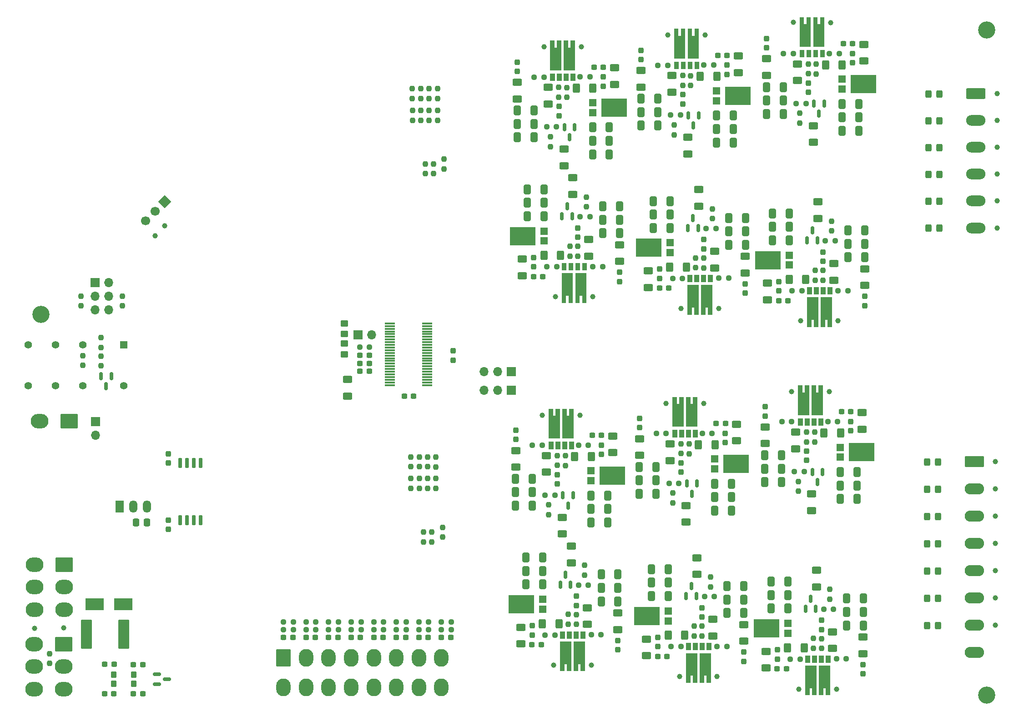
<source format=gbr>
%TF.GenerationSoftware,KiCad,Pcbnew,(6.0.1)*%
%TF.CreationDate,2022-05-08T00:04:23+10:00*%
%TF.ProjectId,211006_lmu_r0,32313130-3036-45f6-9c6d-755f72302e6b,rev?*%
%TF.SameCoordinates,Original*%
%TF.FileFunction,Soldermask,Bot*%
%TF.FilePolarity,Negative*%
%FSLAX46Y46*%
G04 Gerber Fmt 4.6, Leading zero omitted, Abs format (unit mm)*
G04 Created by KiCad (PCBNEW (6.0.1)) date 2022-05-08 00:04:23*
%MOMM*%
%LPD*%
G01*
G04 APERTURE LIST*
G04 Aperture macros list*
%AMRoundRect*
0 Rectangle with rounded corners*
0 $1 Rounding radius*
0 $2 $3 $4 $5 $6 $7 $8 $9 X,Y pos of 4 corners*
0 Add a 4 corners polygon primitive as box body*
4,1,4,$2,$3,$4,$5,$6,$7,$8,$9,$2,$3,0*
0 Add four circle primitives for the rounded corners*
1,1,$1+$1,$2,$3*
1,1,$1+$1,$4,$5*
1,1,$1+$1,$6,$7*
1,1,$1+$1,$8,$9*
0 Add four rect primitives between the rounded corners*
20,1,$1+$1,$2,$3,$4,$5,0*
20,1,$1+$1,$4,$5,$6,$7,0*
20,1,$1+$1,$6,$7,$8,$9,0*
20,1,$1+$1,$8,$9,$2,$3,0*%
%AMHorizOval*
0 Thick line with rounded ends*
0 $1 width*
0 $2 $3 position (X,Y) of the first rounded end (center of the circle)*
0 $4 $5 position (X,Y) of the second rounded end (center of the circle)*
0 Add line between two ends*
20,1,$1,$2,$3,$4,$5,0*
0 Add two circle primitives to create the rounded ends*
1,1,$1,$2,$3*
1,1,$1,$4,$5*%
%AMRotRect*
0 Rectangle, with rotation*
0 The origin of the aperture is its center*
0 $1 length*
0 $2 width*
0 $3 Rotation angle, in degrees counterclockwise*
0 Add horizontal line*
21,1,$1,$2,0,0,$3*%
G04 Aperture macros list end*
%ADD10C,0.010000*%
%ADD11RoundRect,0.250001X-1.399999X1.099999X-1.399999X-1.099999X1.399999X-1.099999X1.399999X1.099999X0*%
%ADD12O,3.300000X2.700000*%
%ADD13RoundRect,0.250000X-1.550000X0.750000X-1.550000X-0.750000X1.550000X-0.750000X1.550000X0.750000X0*%
%ADD14O,3.600000X2.000000*%
%ADD15C,3.200000*%
%ADD16R,1.700000X1.700000*%
%ADD17O,1.700000X1.700000*%
%ADD18R,1.400000X1.400000*%
%ADD19C,1.400000*%
%ADD20RoundRect,0.250001X-1.099999X-1.399999X1.099999X-1.399999X1.099999X1.399999X-1.099999X1.399999X0*%
%ADD21O,2.700000X3.300000*%
%ADD22RoundRect,0.249999X-1.550001X0.790001X-1.550001X-0.790001X1.550001X-0.790001X1.550001X0.790001X0*%
%ADD23O,3.600000X2.080000*%
%ADD24RotRect,1.700000X1.700000X315.000000*%
%ADD25HorizOval,1.700000X0.000000X0.000000X0.000000X0.000000X0*%
%ADD26R,1.500000X2.300000*%
%ADD27O,1.500000X2.300000*%
%ADD28RoundRect,0.237500X0.300000X0.237500X-0.300000X0.237500X-0.300000X-0.237500X0.300000X-0.237500X0*%
%ADD29RoundRect,0.250000X-0.625000X0.400000X-0.625000X-0.400000X0.625000X-0.400000X0.625000X0.400000X0*%
%ADD30RoundRect,0.237500X0.250000X0.237500X-0.250000X0.237500X-0.250000X-0.237500X0.250000X-0.237500X0*%
%ADD31RoundRect,0.237500X0.237500X-0.300000X0.237500X0.300000X-0.237500X0.300000X-0.237500X-0.300000X0*%
%ADD32RoundRect,0.237500X0.237500X-0.250000X0.237500X0.250000X-0.237500X0.250000X-0.237500X-0.250000X0*%
%ADD33RoundRect,0.250000X0.325000X0.450000X-0.325000X0.450000X-0.325000X-0.450000X0.325000X-0.450000X0*%
%ADD34C,1.000000*%
%ADD35R,4.860000X3.360000*%
%ADD36R,1.400000X1.390000*%
%ADD37RoundRect,0.250000X-0.412500X-0.650000X0.412500X-0.650000X0.412500X0.650000X-0.412500X0.650000X0*%
%ADD38RoundRect,0.237500X-0.300000X-0.237500X0.300000X-0.237500X0.300000X0.237500X-0.300000X0.237500X0*%
%ADD39RoundRect,0.250000X0.400000X0.625000X-0.400000X0.625000X-0.400000X-0.625000X0.400000X-0.625000X0*%
%ADD40RoundRect,0.250000X0.625000X-0.400000X0.625000X0.400000X-0.625000X0.400000X-0.625000X-0.400000X0*%
%ADD41RoundRect,0.250000X-0.400000X-0.625000X0.400000X-0.625000X0.400000X0.625000X-0.400000X0.625000X0*%
%ADD42RoundRect,0.150000X-0.150000X0.587500X-0.150000X-0.587500X0.150000X-0.587500X0.150000X0.587500X0*%
%ADD43RoundRect,0.250000X0.412500X0.650000X-0.412500X0.650000X-0.412500X-0.650000X0.412500X-0.650000X0*%
%ADD44RoundRect,0.237500X-0.237500X0.300000X-0.237500X-0.300000X0.237500X-0.300000X0.237500X0.300000X0*%
%ADD45RoundRect,0.237500X-0.250000X-0.237500X0.250000X-0.237500X0.250000X0.237500X-0.250000X0.237500X0*%
%ADD46RoundRect,0.042000X-0.258000X0.858000X-0.258000X-0.858000X0.258000X-0.858000X0.258000X0.858000X0*%
%ADD47RoundRect,0.237500X-0.237500X0.250000X-0.237500X-0.250000X0.237500X-0.250000X0.237500X0.250000X0*%
%ADD48RoundRect,0.150000X0.150000X-0.587500X0.150000X0.587500X-0.150000X0.587500X-0.150000X-0.587500X0*%
%ADD49RoundRect,0.250000X0.337500X0.475000X-0.337500X0.475000X-0.337500X-0.475000X0.337500X-0.475000X0*%
%ADD50RoundRect,0.250000X0.450000X-0.350000X0.450000X0.350000X-0.450000X0.350000X-0.450000X-0.350000X0*%
%ADD51RoundRect,0.050000X-0.450000X0.525000X-0.450000X-0.525000X0.450000X-0.525000X0.450000X0.525000X0*%
%ADD52R,3.500000X2.300000*%
%ADD53RoundRect,0.250001X-0.799999X-2.474999X0.799999X-2.474999X0.799999X2.474999X-0.799999X2.474999X0*%
%ADD54RoundRect,0.150000X-0.587500X-0.150000X0.587500X-0.150000X0.587500X0.150000X-0.587500X0.150000X0*%
%ADD55RoundRect,0.025600X0.924400X0.134400X-0.924400X0.134400X-0.924400X-0.134400X0.924400X-0.134400X0*%
G04 APERTURE END LIST*
%TO.C,T17*%
G36*
X193552500Y-80412500D02*
G01*
X192727500Y-80412500D01*
X192727500Y-79087500D01*
X192282500Y-79087500D01*
X192282500Y-80412500D01*
X191457500Y-80412500D01*
X191457500Y-74862500D01*
X193552500Y-74862500D01*
X193552500Y-80412500D01*
G37*
G36*
X196092500Y-80412500D02*
G01*
X195267500Y-80412500D01*
X195267500Y-79087500D01*
X194822500Y-79087500D01*
X194822500Y-80412500D01*
X193997500Y-80412500D01*
X193997500Y-74862500D01*
X196092500Y-74862500D01*
X196092500Y-80412500D01*
G37*
D10*
X192727500Y-74262500D02*
X193552500Y-74262500D01*
X193552500Y-74262500D02*
X193552500Y-72987500D01*
X193552500Y-72987500D02*
X192727500Y-72987500D01*
X192727500Y-72987500D02*
X192727500Y-74262500D01*
G36*
X193552500Y-74262500D02*
G01*
X192727500Y-74262500D01*
X192727500Y-72987500D01*
X193552500Y-72987500D01*
X193552500Y-74262500D01*
G37*
X193552500Y-74262500D02*
X192727500Y-74262500D01*
X192727500Y-72987500D01*
X193552500Y-72987500D01*
X193552500Y-74262500D01*
X191457500Y-74262500D02*
X192282500Y-74262500D01*
X192282500Y-74262500D02*
X192282500Y-72987500D01*
X192282500Y-72987500D02*
X191457500Y-72987500D01*
X191457500Y-72987500D02*
X191457500Y-74262500D01*
G36*
X192282500Y-74262500D02*
G01*
X191457500Y-74262500D01*
X191457500Y-72987500D01*
X192282500Y-72987500D01*
X192282500Y-74262500D01*
G37*
X192282500Y-74262500D02*
X191457500Y-74262500D01*
X191457500Y-72987500D01*
X192282500Y-72987500D01*
X192282500Y-74262500D01*
X195267500Y-74262500D02*
X196092500Y-74262500D01*
X196092500Y-74262500D02*
X196092500Y-72987500D01*
X196092500Y-72987500D02*
X195267500Y-72987500D01*
X195267500Y-72987500D02*
X195267500Y-74262500D01*
G36*
X196092500Y-74262500D02*
G01*
X195267500Y-74262500D01*
X195267500Y-72987500D01*
X196092500Y-72987500D01*
X196092500Y-74262500D01*
G37*
X196092500Y-74262500D02*
X195267500Y-74262500D01*
X195267500Y-72987500D01*
X196092500Y-72987500D01*
X196092500Y-74262500D01*
X193997500Y-74262500D02*
X194822500Y-74262500D01*
X194822500Y-74262500D02*
X194822500Y-72987500D01*
X194822500Y-72987500D02*
X193997500Y-72987500D01*
X193997500Y-72987500D02*
X193997500Y-74262500D01*
G36*
X194822500Y-74262500D02*
G01*
X193997500Y-74262500D01*
X193997500Y-72987500D01*
X194822500Y-72987500D01*
X194822500Y-74262500D01*
G37*
X194822500Y-74262500D02*
X193997500Y-74262500D01*
X193997500Y-72987500D01*
X194822500Y-72987500D01*
X194822500Y-74262500D01*
%TO.C,T22*%
X170269946Y-140702450D02*
X171094946Y-140702450D01*
X171094946Y-140702450D02*
X171094946Y-139427450D01*
X171094946Y-139427450D02*
X170269946Y-139427450D01*
X170269946Y-139427450D02*
X170269946Y-140702450D01*
G36*
X171094946Y-140702450D02*
G01*
X170269946Y-140702450D01*
X170269946Y-139427450D01*
X171094946Y-139427450D01*
X171094946Y-140702450D01*
G37*
X171094946Y-140702450D02*
X170269946Y-140702450D01*
X170269946Y-139427450D01*
X171094946Y-139427450D01*
X171094946Y-140702450D01*
G36*
X169824946Y-146852450D02*
G01*
X168999946Y-146852450D01*
X168999946Y-145527450D01*
X168554946Y-145527450D01*
X168554946Y-146852450D01*
X167729946Y-146852450D01*
X167729946Y-141302450D01*
X169824946Y-141302450D01*
X169824946Y-146852450D01*
G37*
G36*
X172364946Y-146852450D02*
G01*
X171539946Y-146852450D01*
X171539946Y-145527450D01*
X171094946Y-145527450D01*
X171094946Y-146852450D01*
X170269946Y-146852450D01*
X170269946Y-141302450D01*
X172364946Y-141302450D01*
X172364946Y-146852450D01*
G37*
X171539946Y-140702450D02*
X172364946Y-140702450D01*
X172364946Y-140702450D02*
X172364946Y-139427450D01*
X172364946Y-139427450D02*
X171539946Y-139427450D01*
X171539946Y-139427450D02*
X171539946Y-140702450D01*
G36*
X172364946Y-140702450D02*
G01*
X171539946Y-140702450D01*
X171539946Y-139427450D01*
X172364946Y-139427450D01*
X172364946Y-140702450D01*
G37*
X172364946Y-140702450D02*
X171539946Y-140702450D01*
X171539946Y-139427450D01*
X172364946Y-139427450D01*
X172364946Y-140702450D01*
X168999946Y-140702450D02*
X169824946Y-140702450D01*
X169824946Y-140702450D02*
X169824946Y-139427450D01*
X169824946Y-139427450D02*
X168999946Y-139427450D01*
X168999946Y-139427450D02*
X168999946Y-140702450D01*
G36*
X169824946Y-140702450D02*
G01*
X168999946Y-140702450D01*
X168999946Y-139427450D01*
X169824946Y-139427450D01*
X169824946Y-140702450D01*
G37*
X169824946Y-140702450D02*
X168999946Y-140702450D01*
X168999946Y-139427450D01*
X169824946Y-139427450D01*
X169824946Y-140702450D01*
X167729946Y-140702450D02*
X168554946Y-140702450D01*
X168554946Y-140702450D02*
X168554946Y-139427450D01*
X168554946Y-139427450D02*
X167729946Y-139427450D01*
X167729946Y-139427450D02*
X167729946Y-140702450D01*
G36*
X168554946Y-140702450D02*
G01*
X167729946Y-140702450D01*
X167729946Y-139427450D01*
X168554946Y-139427450D01*
X168554946Y-140702450D01*
G37*
X168554946Y-140702450D02*
X167729946Y-140702450D01*
X167729946Y-139427450D01*
X168554946Y-139427450D01*
X168554946Y-140702450D01*
%TO.C,T23*%
X192424946Y-142877450D02*
X193249946Y-142877450D01*
X193249946Y-142877450D02*
X193249946Y-141602450D01*
X193249946Y-141602450D02*
X192424946Y-141602450D01*
X192424946Y-141602450D02*
X192424946Y-142877450D01*
G36*
X193249946Y-142877450D02*
G01*
X192424946Y-142877450D01*
X192424946Y-141602450D01*
X193249946Y-141602450D01*
X193249946Y-142877450D01*
G37*
X193249946Y-142877450D02*
X192424946Y-142877450D01*
X192424946Y-141602450D01*
X193249946Y-141602450D01*
X193249946Y-142877450D01*
X193694946Y-142877450D02*
X194519946Y-142877450D01*
X194519946Y-142877450D02*
X194519946Y-141602450D01*
X194519946Y-141602450D02*
X193694946Y-141602450D01*
X193694946Y-141602450D02*
X193694946Y-142877450D01*
G36*
X194519946Y-142877450D02*
G01*
X193694946Y-142877450D01*
X193694946Y-141602450D01*
X194519946Y-141602450D01*
X194519946Y-142877450D01*
G37*
X194519946Y-142877450D02*
X193694946Y-142877450D01*
X193694946Y-141602450D01*
X194519946Y-141602450D01*
X194519946Y-142877450D01*
X191154946Y-142877450D02*
X191979946Y-142877450D01*
X191979946Y-142877450D02*
X191979946Y-141602450D01*
X191979946Y-141602450D02*
X191154946Y-141602450D01*
X191154946Y-141602450D02*
X191154946Y-142877450D01*
G36*
X191979946Y-142877450D02*
G01*
X191154946Y-142877450D01*
X191154946Y-141602450D01*
X191979946Y-141602450D01*
X191979946Y-142877450D01*
G37*
X191979946Y-142877450D02*
X191154946Y-142877450D01*
X191154946Y-141602450D01*
X191979946Y-141602450D01*
X191979946Y-142877450D01*
G36*
X195789946Y-149027450D02*
G01*
X194964946Y-149027450D01*
X194964946Y-147702450D01*
X194519946Y-147702450D01*
X194519946Y-149027450D01*
X193694946Y-149027450D01*
X193694946Y-143477450D01*
X195789946Y-143477450D01*
X195789946Y-149027450D01*
G37*
G36*
X193249946Y-149027450D02*
G01*
X192424946Y-149027450D01*
X192424946Y-147702450D01*
X191979946Y-147702450D01*
X191979946Y-149027450D01*
X191154946Y-149027450D01*
X191154946Y-143477450D01*
X193249946Y-143477450D01*
X193249946Y-149027450D01*
G37*
X194964946Y-142877450D02*
X195789946Y-142877450D01*
X195789946Y-142877450D02*
X195789946Y-141602450D01*
X195789946Y-141602450D02*
X194964946Y-141602450D01*
X194964946Y-141602450D02*
X194964946Y-142877450D01*
G36*
X195789946Y-142877450D02*
G01*
X194964946Y-142877450D01*
X194964946Y-141602450D01*
X195789946Y-141602450D01*
X195789946Y-142877450D01*
G37*
X195789946Y-142877450D02*
X194964946Y-142877450D01*
X194964946Y-141602450D01*
X195789946Y-141602450D01*
X195789946Y-142877450D01*
%TO.C,T21*%
G36*
X166404946Y-99277450D02*
G01*
X166849946Y-99277450D01*
X166849946Y-97952450D01*
X167674946Y-97952450D01*
X167674946Y-103502450D01*
X165579946Y-103502450D01*
X165579946Y-97952450D01*
X166404946Y-97952450D01*
X166404946Y-99277450D01*
G37*
X166404946Y-104102450D02*
X165579946Y-104102450D01*
X165579946Y-104102450D02*
X165579946Y-105377450D01*
X165579946Y-105377450D02*
X166404946Y-105377450D01*
X166404946Y-105377450D02*
X166404946Y-104102450D01*
G36*
X166404946Y-105377450D02*
G01*
X165579946Y-105377450D01*
X165579946Y-104102450D01*
X166404946Y-104102450D01*
X166404946Y-105377450D01*
G37*
X166404946Y-105377450D02*
X165579946Y-105377450D01*
X165579946Y-104102450D01*
X166404946Y-104102450D01*
X166404946Y-105377450D01*
X168944946Y-104102450D02*
X168119946Y-104102450D01*
X168119946Y-104102450D02*
X168119946Y-105377450D01*
X168119946Y-105377450D02*
X168944946Y-105377450D01*
X168944946Y-105377450D02*
X168944946Y-104102450D01*
G36*
X168944946Y-105377450D02*
G01*
X168119946Y-105377450D01*
X168119946Y-104102450D01*
X168944946Y-104102450D01*
X168944946Y-105377450D01*
G37*
X168944946Y-105377450D02*
X168119946Y-105377450D01*
X168119946Y-104102450D01*
X168944946Y-104102450D01*
X168944946Y-105377450D01*
X167674946Y-104102450D02*
X166849946Y-104102450D01*
X166849946Y-104102450D02*
X166849946Y-105377450D01*
X166849946Y-105377450D02*
X167674946Y-105377450D01*
X167674946Y-105377450D02*
X167674946Y-104102450D01*
G36*
X167674946Y-105377450D02*
G01*
X166849946Y-105377450D01*
X166849946Y-104102450D01*
X167674946Y-104102450D01*
X167674946Y-105377450D01*
G37*
X167674946Y-105377450D02*
X166849946Y-105377450D01*
X166849946Y-104102450D01*
X167674946Y-104102450D01*
X167674946Y-105377450D01*
X170214946Y-104102450D02*
X169389946Y-104102450D01*
X169389946Y-104102450D02*
X169389946Y-105377450D01*
X169389946Y-105377450D02*
X170214946Y-105377450D01*
X170214946Y-105377450D02*
X170214946Y-104102450D01*
G36*
X170214946Y-105377450D02*
G01*
X169389946Y-105377450D01*
X169389946Y-104102450D01*
X170214946Y-104102450D01*
X170214946Y-105377450D01*
G37*
X170214946Y-105377450D02*
X169389946Y-105377450D01*
X169389946Y-104102450D01*
X170214946Y-104102450D01*
X170214946Y-105377450D01*
G36*
X168944946Y-99277450D02*
G01*
X169389946Y-99277450D01*
X169389946Y-97952450D01*
X170214946Y-97952450D01*
X170214946Y-103502450D01*
X168119946Y-103502450D01*
X168119946Y-97952450D01*
X168944946Y-97952450D01*
X168944946Y-99277450D01*
G37*
%TO.C,T19*%
X212817446Y-99726950D02*
X211992446Y-99726950D01*
X211992446Y-99726950D02*
X211992446Y-101001950D01*
X211992446Y-101001950D02*
X212817446Y-101001950D01*
X212817446Y-101001950D02*
X212817446Y-99726950D01*
G36*
X212817446Y-101001950D02*
G01*
X211992446Y-101001950D01*
X211992446Y-99726950D01*
X212817446Y-99726950D01*
X212817446Y-101001950D01*
G37*
X212817446Y-101001950D02*
X211992446Y-101001950D01*
X211992446Y-99726950D01*
X212817446Y-99726950D01*
X212817446Y-101001950D01*
X215357446Y-99726950D02*
X214532446Y-99726950D01*
X214532446Y-99726950D02*
X214532446Y-101001950D01*
X214532446Y-101001950D02*
X215357446Y-101001950D01*
X215357446Y-101001950D02*
X215357446Y-99726950D01*
G36*
X215357446Y-101001950D02*
G01*
X214532446Y-101001950D01*
X214532446Y-99726950D01*
X215357446Y-99726950D01*
X215357446Y-101001950D01*
G37*
X215357446Y-101001950D02*
X214532446Y-101001950D01*
X214532446Y-99726950D01*
X215357446Y-99726950D01*
X215357446Y-101001950D01*
X216627446Y-99726950D02*
X215802446Y-99726950D01*
X215802446Y-99726950D02*
X215802446Y-101001950D01*
X215802446Y-101001950D02*
X216627446Y-101001950D01*
X216627446Y-101001950D02*
X216627446Y-99726950D01*
G36*
X216627446Y-101001950D02*
G01*
X215802446Y-101001950D01*
X215802446Y-99726950D01*
X216627446Y-99726950D01*
X216627446Y-101001950D01*
G37*
X216627446Y-101001950D02*
X215802446Y-101001950D01*
X215802446Y-99726950D01*
X216627446Y-99726950D01*
X216627446Y-101001950D01*
G36*
X212817446Y-94901950D02*
G01*
X213262446Y-94901950D01*
X213262446Y-93576950D01*
X214087446Y-93576950D01*
X214087446Y-99126950D01*
X211992446Y-99126950D01*
X211992446Y-93576950D01*
X212817446Y-93576950D01*
X212817446Y-94901950D01*
G37*
X214087446Y-99726950D02*
X213262446Y-99726950D01*
X213262446Y-99726950D02*
X213262446Y-101001950D01*
X213262446Y-101001950D02*
X214087446Y-101001950D01*
X214087446Y-101001950D02*
X214087446Y-99726950D01*
G36*
X214087446Y-101001950D02*
G01*
X213262446Y-101001950D01*
X213262446Y-99726950D01*
X214087446Y-99726950D01*
X214087446Y-101001950D01*
G37*
X214087446Y-101001950D02*
X213262446Y-101001950D01*
X213262446Y-99726950D01*
X214087446Y-99726950D01*
X214087446Y-101001950D01*
G36*
X215357446Y-94901950D02*
G01*
X215802446Y-94901950D01*
X215802446Y-93576950D01*
X216627446Y-93576950D01*
X216627446Y-99126950D01*
X214532446Y-99126950D01*
X214532446Y-93576950D01*
X215357446Y-93576950D01*
X215357446Y-94901950D01*
G37*
%TO.C,T24*%
X214637446Y-145189950D02*
X215462446Y-145189950D01*
X215462446Y-145189950D02*
X215462446Y-143914950D01*
X215462446Y-143914950D02*
X214637446Y-143914950D01*
X214637446Y-143914950D02*
X214637446Y-145189950D01*
G36*
X215462446Y-145189950D02*
G01*
X214637446Y-145189950D01*
X214637446Y-143914950D01*
X215462446Y-143914950D01*
X215462446Y-145189950D01*
G37*
X215462446Y-145189950D02*
X214637446Y-145189950D01*
X214637446Y-143914950D01*
X215462446Y-143914950D01*
X215462446Y-145189950D01*
X215907446Y-145189950D02*
X216732446Y-145189950D01*
X216732446Y-145189950D02*
X216732446Y-143914950D01*
X216732446Y-143914950D02*
X215907446Y-143914950D01*
X215907446Y-143914950D02*
X215907446Y-145189950D01*
G36*
X216732446Y-145189950D02*
G01*
X215907446Y-145189950D01*
X215907446Y-143914950D01*
X216732446Y-143914950D01*
X216732446Y-145189950D01*
G37*
X216732446Y-145189950D02*
X215907446Y-145189950D01*
X215907446Y-143914950D01*
X216732446Y-143914950D01*
X216732446Y-145189950D01*
G36*
X215462446Y-151339950D02*
G01*
X214637446Y-151339950D01*
X214637446Y-150014950D01*
X214192446Y-150014950D01*
X214192446Y-151339950D01*
X213367446Y-151339950D01*
X213367446Y-145789950D01*
X215462446Y-145789950D01*
X215462446Y-151339950D01*
G37*
G36*
X218002446Y-151339950D02*
G01*
X217177446Y-151339950D01*
X217177446Y-150014950D01*
X216732446Y-150014950D01*
X216732446Y-151339950D01*
X215907446Y-151339950D01*
X215907446Y-145789950D01*
X218002446Y-145789950D01*
X218002446Y-151339950D01*
G37*
X213367446Y-145189950D02*
X214192446Y-145189950D01*
X214192446Y-145189950D02*
X214192446Y-143914950D01*
X214192446Y-143914950D02*
X213367446Y-143914950D01*
X213367446Y-143914950D02*
X213367446Y-145189950D01*
G36*
X214192446Y-145189950D02*
G01*
X213367446Y-145189950D01*
X213367446Y-143914950D01*
X214192446Y-143914950D01*
X214192446Y-145189950D01*
G37*
X214192446Y-145189950D02*
X213367446Y-145189950D01*
X213367446Y-143914950D01*
X214192446Y-143914950D01*
X214192446Y-145189950D01*
X217177446Y-145189950D02*
X218002446Y-145189950D01*
X218002446Y-145189950D02*
X218002446Y-143914950D01*
X218002446Y-143914950D02*
X217177446Y-143914950D01*
X217177446Y-143914950D02*
X217177446Y-145189950D01*
G36*
X218002446Y-145189950D02*
G01*
X217177446Y-145189950D01*
X217177446Y-143914950D01*
X218002446Y-143914950D01*
X218002446Y-145189950D01*
G37*
X218002446Y-145189950D02*
X217177446Y-145189950D01*
X217177446Y-143914950D01*
X218002446Y-143914950D01*
X218002446Y-145189950D01*
%TO.C,T15*%
X169247500Y-35487500D02*
X168422500Y-35487500D01*
X168422500Y-35487500D02*
X168422500Y-36762500D01*
X168422500Y-36762500D02*
X169247500Y-36762500D01*
X169247500Y-36762500D02*
X169247500Y-35487500D01*
G36*
X169247500Y-36762500D02*
G01*
X168422500Y-36762500D01*
X168422500Y-35487500D01*
X169247500Y-35487500D01*
X169247500Y-36762500D01*
G37*
X169247500Y-36762500D02*
X168422500Y-36762500D01*
X168422500Y-35487500D01*
X169247500Y-35487500D01*
X169247500Y-36762500D01*
X167977500Y-35487500D02*
X167152500Y-35487500D01*
X167152500Y-35487500D02*
X167152500Y-36762500D01*
X167152500Y-36762500D02*
X167977500Y-36762500D01*
X167977500Y-36762500D02*
X167977500Y-35487500D01*
G36*
X167977500Y-36762500D02*
G01*
X167152500Y-36762500D01*
X167152500Y-35487500D01*
X167977500Y-35487500D01*
X167977500Y-36762500D01*
G37*
X167977500Y-36762500D02*
X167152500Y-36762500D01*
X167152500Y-35487500D01*
X167977500Y-35487500D01*
X167977500Y-36762500D01*
X166707500Y-35487500D02*
X165882500Y-35487500D01*
X165882500Y-35487500D02*
X165882500Y-36762500D01*
X165882500Y-36762500D02*
X166707500Y-36762500D01*
X166707500Y-36762500D02*
X166707500Y-35487500D01*
G36*
X166707500Y-36762500D02*
G01*
X165882500Y-36762500D01*
X165882500Y-35487500D01*
X166707500Y-35487500D01*
X166707500Y-36762500D01*
G37*
X166707500Y-36762500D02*
X165882500Y-36762500D01*
X165882500Y-35487500D01*
X166707500Y-35487500D01*
X166707500Y-36762500D01*
X170517500Y-35487500D02*
X169692500Y-35487500D01*
X169692500Y-35487500D02*
X169692500Y-36762500D01*
X169692500Y-36762500D02*
X170517500Y-36762500D01*
X170517500Y-36762500D02*
X170517500Y-35487500D01*
G36*
X170517500Y-36762500D02*
G01*
X169692500Y-36762500D01*
X169692500Y-35487500D01*
X170517500Y-35487500D01*
X170517500Y-36762500D01*
G37*
X170517500Y-36762500D02*
X169692500Y-36762500D01*
X169692500Y-35487500D01*
X170517500Y-35487500D01*
X170517500Y-36762500D01*
G36*
X166707500Y-30662500D02*
G01*
X167152500Y-30662500D01*
X167152500Y-29337500D01*
X167977500Y-29337500D01*
X167977500Y-34887500D01*
X165882500Y-34887500D01*
X165882500Y-29337500D01*
X166707500Y-29337500D01*
X166707500Y-30662500D01*
G37*
G36*
X169247500Y-30662500D02*
G01*
X169692500Y-30662500D01*
X169692500Y-29337500D01*
X170517500Y-29337500D01*
X170517500Y-34887500D01*
X168422500Y-34887500D01*
X168422500Y-29337500D01*
X169247500Y-29337500D01*
X169247500Y-30662500D01*
G37*
%TO.C,T13*%
G36*
X213120000Y-26287000D02*
G01*
X213565000Y-26287000D01*
X213565000Y-24962000D01*
X214390000Y-24962000D01*
X214390000Y-30512000D01*
X212295000Y-30512000D01*
X212295000Y-24962000D01*
X213120000Y-24962000D01*
X213120000Y-26287000D01*
G37*
X216930000Y-31112000D02*
X216105000Y-31112000D01*
X216105000Y-31112000D02*
X216105000Y-32387000D01*
X216105000Y-32387000D02*
X216930000Y-32387000D01*
X216930000Y-32387000D02*
X216930000Y-31112000D01*
G36*
X216930000Y-32387000D02*
G01*
X216105000Y-32387000D01*
X216105000Y-31112000D01*
X216930000Y-31112000D01*
X216930000Y-32387000D01*
G37*
X216930000Y-32387000D02*
X216105000Y-32387000D01*
X216105000Y-31112000D01*
X216930000Y-31112000D01*
X216930000Y-32387000D01*
X215660000Y-31112000D02*
X214835000Y-31112000D01*
X214835000Y-31112000D02*
X214835000Y-32387000D01*
X214835000Y-32387000D02*
X215660000Y-32387000D01*
X215660000Y-32387000D02*
X215660000Y-31112000D01*
G36*
X215660000Y-32387000D02*
G01*
X214835000Y-32387000D01*
X214835000Y-31112000D01*
X215660000Y-31112000D01*
X215660000Y-32387000D01*
G37*
X215660000Y-32387000D02*
X214835000Y-32387000D01*
X214835000Y-31112000D01*
X215660000Y-31112000D01*
X215660000Y-32387000D01*
X214390000Y-31112000D02*
X213565000Y-31112000D01*
X213565000Y-31112000D02*
X213565000Y-32387000D01*
X213565000Y-32387000D02*
X214390000Y-32387000D01*
X214390000Y-32387000D02*
X214390000Y-31112000D01*
G36*
X214390000Y-32387000D02*
G01*
X213565000Y-32387000D01*
X213565000Y-31112000D01*
X214390000Y-31112000D01*
X214390000Y-32387000D01*
G37*
X214390000Y-32387000D02*
X213565000Y-32387000D01*
X213565000Y-31112000D01*
X214390000Y-31112000D01*
X214390000Y-32387000D01*
X213120000Y-31112000D02*
X212295000Y-31112000D01*
X212295000Y-31112000D02*
X212295000Y-32387000D01*
X212295000Y-32387000D02*
X213120000Y-32387000D01*
X213120000Y-32387000D02*
X213120000Y-31112000D01*
G36*
X213120000Y-32387000D02*
G01*
X212295000Y-32387000D01*
X212295000Y-31112000D01*
X213120000Y-31112000D01*
X213120000Y-32387000D01*
G37*
X213120000Y-32387000D02*
X212295000Y-32387000D01*
X212295000Y-31112000D01*
X213120000Y-31112000D01*
X213120000Y-32387000D01*
G36*
X215660000Y-26287000D02*
G01*
X216105000Y-26287000D01*
X216105000Y-24962000D01*
X216930000Y-24962000D01*
X216930000Y-30512000D01*
X214835000Y-30512000D01*
X214835000Y-24962000D01*
X215660000Y-24962000D01*
X215660000Y-26287000D01*
G37*
%TO.C,T18*%
X216210000Y-76575000D02*
X217035000Y-76575000D01*
X217035000Y-76575000D02*
X217035000Y-75300000D01*
X217035000Y-75300000D02*
X216210000Y-75300000D01*
X216210000Y-75300000D02*
X216210000Y-76575000D01*
G36*
X217035000Y-76575000D02*
G01*
X216210000Y-76575000D01*
X216210000Y-75300000D01*
X217035000Y-75300000D01*
X217035000Y-76575000D01*
G37*
X217035000Y-76575000D02*
X216210000Y-76575000D01*
X216210000Y-75300000D01*
X217035000Y-75300000D01*
X217035000Y-76575000D01*
X213670000Y-76575000D02*
X214495000Y-76575000D01*
X214495000Y-76575000D02*
X214495000Y-75300000D01*
X214495000Y-75300000D02*
X213670000Y-75300000D01*
X213670000Y-75300000D02*
X213670000Y-76575000D01*
G36*
X214495000Y-76575000D02*
G01*
X213670000Y-76575000D01*
X213670000Y-75300000D01*
X214495000Y-75300000D01*
X214495000Y-76575000D01*
G37*
X214495000Y-76575000D02*
X213670000Y-76575000D01*
X213670000Y-75300000D01*
X214495000Y-75300000D01*
X214495000Y-76575000D01*
G36*
X218305000Y-82725000D02*
G01*
X217480000Y-82725000D01*
X217480000Y-81400000D01*
X217035000Y-81400000D01*
X217035000Y-82725000D01*
X216210000Y-82725000D01*
X216210000Y-77175000D01*
X218305000Y-77175000D01*
X218305000Y-82725000D01*
G37*
X217480000Y-76575000D02*
X218305000Y-76575000D01*
X218305000Y-76575000D02*
X218305000Y-75300000D01*
X218305000Y-75300000D02*
X217480000Y-75300000D01*
X217480000Y-75300000D02*
X217480000Y-76575000D01*
G36*
X218305000Y-76575000D02*
G01*
X217480000Y-76575000D01*
X217480000Y-75300000D01*
X218305000Y-75300000D01*
X218305000Y-76575000D01*
G37*
X218305000Y-76575000D02*
X217480000Y-76575000D01*
X217480000Y-75300000D01*
X218305000Y-75300000D01*
X218305000Y-76575000D01*
G36*
X215765000Y-82725000D02*
G01*
X214940000Y-82725000D01*
X214940000Y-81400000D01*
X214495000Y-81400000D01*
X214495000Y-82725000D01*
X213670000Y-82725000D01*
X213670000Y-77175000D01*
X215765000Y-77175000D01*
X215765000Y-82725000D01*
G37*
X214940000Y-76575000D02*
X215765000Y-76575000D01*
X215765000Y-76575000D02*
X215765000Y-75300000D01*
X215765000Y-75300000D02*
X214940000Y-75300000D01*
X214940000Y-75300000D02*
X214940000Y-76575000D01*
G36*
X215765000Y-76575000D02*
G01*
X214940000Y-76575000D01*
X214940000Y-75300000D01*
X215765000Y-75300000D01*
X215765000Y-76575000D01*
G37*
X215765000Y-76575000D02*
X214940000Y-76575000D01*
X214940000Y-75300000D01*
X215765000Y-75300000D01*
X215765000Y-76575000D01*
%TO.C,T16*%
X168032500Y-72087500D02*
X168857500Y-72087500D01*
X168857500Y-72087500D02*
X168857500Y-70812500D01*
X168857500Y-70812500D02*
X168032500Y-70812500D01*
X168032500Y-70812500D02*
X168032500Y-72087500D01*
G36*
X168857500Y-72087500D02*
G01*
X168032500Y-72087500D01*
X168032500Y-70812500D01*
X168857500Y-70812500D01*
X168857500Y-72087500D01*
G37*
X168857500Y-72087500D02*
X168032500Y-72087500D01*
X168032500Y-70812500D01*
X168857500Y-70812500D01*
X168857500Y-72087500D01*
X169302500Y-72087500D02*
X170127500Y-72087500D01*
X170127500Y-72087500D02*
X170127500Y-70812500D01*
X170127500Y-70812500D02*
X169302500Y-70812500D01*
X169302500Y-70812500D02*
X169302500Y-72087500D01*
G36*
X170127500Y-72087500D02*
G01*
X169302500Y-72087500D01*
X169302500Y-70812500D01*
X170127500Y-70812500D01*
X170127500Y-72087500D01*
G37*
X170127500Y-72087500D02*
X169302500Y-72087500D01*
X169302500Y-70812500D01*
X170127500Y-70812500D01*
X170127500Y-72087500D01*
X170572500Y-72087500D02*
X171397500Y-72087500D01*
X171397500Y-72087500D02*
X171397500Y-70812500D01*
X171397500Y-70812500D02*
X170572500Y-70812500D01*
X170572500Y-70812500D02*
X170572500Y-72087500D01*
G36*
X171397500Y-72087500D02*
G01*
X170572500Y-72087500D01*
X170572500Y-70812500D01*
X171397500Y-70812500D01*
X171397500Y-72087500D01*
G37*
X171397500Y-72087500D02*
X170572500Y-72087500D01*
X170572500Y-70812500D01*
X171397500Y-70812500D01*
X171397500Y-72087500D01*
G36*
X170127500Y-78237500D02*
G01*
X169302500Y-78237500D01*
X169302500Y-76912500D01*
X168857500Y-76912500D01*
X168857500Y-78237500D01*
X168032500Y-78237500D01*
X168032500Y-72687500D01*
X170127500Y-72687500D01*
X170127500Y-78237500D01*
G37*
G36*
X172667500Y-78237500D02*
G01*
X171842500Y-78237500D01*
X171842500Y-76912500D01*
X171397500Y-76912500D01*
X171397500Y-78237500D01*
X170572500Y-78237500D01*
X170572500Y-72687500D01*
X172667500Y-72687500D01*
X172667500Y-78237500D01*
G37*
X171842500Y-72087500D02*
X172667500Y-72087500D01*
X172667500Y-72087500D02*
X172667500Y-70812500D01*
X172667500Y-70812500D02*
X171842500Y-70812500D01*
X171842500Y-70812500D02*
X171842500Y-72087500D01*
G36*
X172667500Y-72087500D02*
G01*
X171842500Y-72087500D01*
X171842500Y-70812500D01*
X172667500Y-70812500D01*
X172667500Y-72087500D01*
G37*
X172667500Y-72087500D02*
X171842500Y-72087500D01*
X171842500Y-70812500D01*
X172667500Y-70812500D01*
X172667500Y-72087500D01*
%TO.C,T14*%
X193567500Y-33287500D02*
X192742500Y-33287500D01*
X192742500Y-33287500D02*
X192742500Y-34562500D01*
X192742500Y-34562500D02*
X193567500Y-34562500D01*
X193567500Y-34562500D02*
X193567500Y-33287500D01*
G36*
X193567500Y-34562500D02*
G01*
X192742500Y-34562500D01*
X192742500Y-33287500D01*
X193567500Y-33287500D01*
X193567500Y-34562500D01*
G37*
X193567500Y-34562500D02*
X192742500Y-34562500D01*
X192742500Y-33287500D01*
X193567500Y-33287500D01*
X193567500Y-34562500D01*
G36*
X192297500Y-28462500D02*
G01*
X192742500Y-28462500D01*
X192742500Y-27137500D01*
X193567500Y-27137500D01*
X193567500Y-32687500D01*
X191472500Y-32687500D01*
X191472500Y-27137500D01*
X192297500Y-27137500D01*
X192297500Y-28462500D01*
G37*
X191027500Y-33287500D02*
X190202500Y-33287500D01*
X190202500Y-33287500D02*
X190202500Y-34562500D01*
X190202500Y-34562500D02*
X191027500Y-34562500D01*
X191027500Y-34562500D02*
X191027500Y-33287500D01*
G36*
X191027500Y-34562500D02*
G01*
X190202500Y-34562500D01*
X190202500Y-33287500D01*
X191027500Y-33287500D01*
X191027500Y-34562500D01*
G37*
X191027500Y-34562500D02*
X190202500Y-34562500D01*
X190202500Y-33287500D01*
X191027500Y-33287500D01*
X191027500Y-34562500D01*
X189757500Y-33287500D02*
X188932500Y-33287500D01*
X188932500Y-33287500D02*
X188932500Y-34562500D01*
X188932500Y-34562500D02*
X189757500Y-34562500D01*
X189757500Y-34562500D02*
X189757500Y-33287500D01*
G36*
X189757500Y-34562500D02*
G01*
X188932500Y-34562500D01*
X188932500Y-33287500D01*
X189757500Y-33287500D01*
X189757500Y-34562500D01*
G37*
X189757500Y-34562500D02*
X188932500Y-34562500D01*
X188932500Y-33287500D01*
X189757500Y-33287500D01*
X189757500Y-34562500D01*
G36*
X189757500Y-28462500D02*
G01*
X190202500Y-28462500D01*
X190202500Y-27137500D01*
X191027500Y-27137500D01*
X191027500Y-32687500D01*
X188932500Y-32687500D01*
X188932500Y-27137500D01*
X189757500Y-27137500D01*
X189757500Y-28462500D01*
G37*
X192297500Y-33287500D02*
X191472500Y-33287500D01*
X191472500Y-33287500D02*
X191472500Y-34562500D01*
X191472500Y-34562500D02*
X192297500Y-34562500D01*
X192297500Y-34562500D02*
X192297500Y-33287500D01*
G36*
X192297500Y-34562500D02*
G01*
X191472500Y-34562500D01*
X191472500Y-33287500D01*
X192297500Y-33287500D01*
X192297500Y-34562500D01*
G37*
X192297500Y-34562500D02*
X191472500Y-34562500D01*
X191472500Y-33287500D01*
X192297500Y-33287500D01*
X192297500Y-34562500D01*
%TO.C,T20*%
X193264946Y-101902450D02*
X192439946Y-101902450D01*
X192439946Y-101902450D02*
X192439946Y-103177450D01*
X192439946Y-103177450D02*
X193264946Y-103177450D01*
X193264946Y-103177450D02*
X193264946Y-101902450D01*
G36*
X193264946Y-103177450D02*
G01*
X192439946Y-103177450D01*
X192439946Y-101902450D01*
X193264946Y-101902450D01*
X193264946Y-103177450D01*
G37*
X193264946Y-103177450D02*
X192439946Y-103177450D01*
X192439946Y-101902450D01*
X193264946Y-101902450D01*
X193264946Y-103177450D01*
X189454946Y-101902450D02*
X188629946Y-101902450D01*
X188629946Y-101902450D02*
X188629946Y-103177450D01*
X188629946Y-103177450D02*
X189454946Y-103177450D01*
X189454946Y-103177450D02*
X189454946Y-101902450D01*
G36*
X189454946Y-103177450D02*
G01*
X188629946Y-103177450D01*
X188629946Y-101902450D01*
X189454946Y-101902450D01*
X189454946Y-103177450D01*
G37*
X189454946Y-103177450D02*
X188629946Y-103177450D01*
X188629946Y-101902450D01*
X189454946Y-101902450D01*
X189454946Y-103177450D01*
G36*
X189454946Y-97077450D02*
G01*
X189899946Y-97077450D01*
X189899946Y-95752450D01*
X190724946Y-95752450D01*
X190724946Y-101302450D01*
X188629946Y-101302450D01*
X188629946Y-95752450D01*
X189454946Y-95752450D01*
X189454946Y-97077450D01*
G37*
X190724946Y-101902450D02*
X189899946Y-101902450D01*
X189899946Y-101902450D02*
X189899946Y-103177450D01*
X189899946Y-103177450D02*
X190724946Y-103177450D01*
X190724946Y-103177450D02*
X190724946Y-101902450D01*
G36*
X190724946Y-103177450D02*
G01*
X189899946Y-103177450D01*
X189899946Y-101902450D01*
X190724946Y-101902450D01*
X190724946Y-103177450D01*
G37*
X190724946Y-103177450D02*
X189899946Y-103177450D01*
X189899946Y-101902450D01*
X190724946Y-101902450D01*
X190724946Y-103177450D01*
X191994946Y-101902450D02*
X191169946Y-101902450D01*
X191169946Y-101902450D02*
X191169946Y-103177450D01*
X191169946Y-103177450D02*
X191994946Y-103177450D01*
X191994946Y-103177450D02*
X191994946Y-101902450D01*
G36*
X191994946Y-103177450D02*
G01*
X191169946Y-103177450D01*
X191169946Y-101902450D01*
X191994946Y-101902450D01*
X191994946Y-103177450D01*
G37*
X191994946Y-103177450D02*
X191169946Y-103177450D01*
X191169946Y-101902450D01*
X191994946Y-101902450D01*
X191994946Y-103177450D01*
G36*
X191994946Y-97077450D02*
G01*
X192439946Y-97077450D01*
X192439946Y-95752450D01*
X193264946Y-95752450D01*
X193264946Y-101302450D01*
X191169946Y-101302450D01*
X191169946Y-95752450D01*
X191994946Y-95752450D01*
X191994946Y-97077450D01*
G37*
%TD*%
D11*
%TO.C,J1*%
X75372789Y-141783700D03*
D12*
X75372789Y-145983700D03*
X75372789Y-150183700D03*
X69872789Y-141783700D03*
X69872789Y-145983700D03*
X69872789Y-150183700D03*
%TD*%
D11*
%TO.C,J2*%
X75422789Y-126983700D03*
D12*
X75422789Y-131183700D03*
X75422789Y-135383700D03*
X69922789Y-126983700D03*
X69922789Y-131183700D03*
X69922789Y-135383700D03*
%TD*%
D13*
%TO.C,J4*%
X245107885Y-39230000D03*
D14*
X245107885Y-44230000D03*
X245107885Y-49230000D03*
X245107885Y-54230000D03*
X245107885Y-59230000D03*
X245107885Y-64230000D03*
%TD*%
D15*
%TO.C,H3*%
X247152446Y-27333700D03*
%TD*%
D16*
%TO.C,J13*%
X81177446Y-74408700D03*
D17*
X83717446Y-74408700D03*
X81177446Y-76948700D03*
X83717446Y-76948700D03*
X81177446Y-79488700D03*
X83717446Y-79488700D03*
%TD*%
D18*
%TO.C,K1*%
X86509946Y-86071200D03*
D19*
X78889946Y-86071200D03*
X73809946Y-86071200D03*
X68729946Y-86071200D03*
X68729946Y-93691200D03*
X73809946Y-93691200D03*
X78889946Y-93691200D03*
X86509946Y-93691200D03*
%TD*%
D20*
%TO.C,J3*%
X116252446Y-144333700D03*
D21*
X120452446Y-144333700D03*
X124652446Y-144333700D03*
X128852446Y-144333700D03*
X133052446Y-144333700D03*
X137252446Y-144333700D03*
X141452446Y-144333700D03*
X145652446Y-144333700D03*
X116252446Y-149833700D03*
X120452446Y-149833700D03*
X124652446Y-149833700D03*
X128852446Y-149833700D03*
X133052446Y-149833700D03*
X137252446Y-149833700D03*
X141452446Y-149833700D03*
X145652446Y-149833700D03*
%TD*%
D15*
%TO.C,H1*%
X71152446Y-80333700D03*
%TD*%
%TO.C,H2*%
X247152446Y-151333700D03*
%TD*%
D22*
%TO.C,J10*%
X244810331Y-107803700D03*
D23*
X244810331Y-112883700D03*
X244810331Y-117963700D03*
X244810331Y-123043700D03*
X244810331Y-128123700D03*
X244810331Y-133203700D03*
X244810331Y-138283700D03*
X244810331Y-143363700D03*
%TD*%
D24*
%TO.C,J12*%
X94152446Y-59333700D03*
D25*
X92356395Y-61129751D03*
X90560344Y-62925802D03*
%TD*%
D16*
%TO.C,J7*%
X130152446Y-84183700D03*
D17*
X132692446Y-84183700D03*
%TD*%
D16*
%TO.C,J5*%
X158676946Y-94480100D03*
D17*
X156136946Y-94480100D03*
X153596946Y-94480100D03*
%TD*%
D26*
%TO.C,U1*%
X85762446Y-116183700D03*
D27*
X88302446Y-116183700D03*
X90842446Y-116183700D03*
%TD*%
D16*
%TO.C,J6*%
X158682446Y-91033700D03*
D17*
X156142446Y-91033700D03*
X153602446Y-91033700D03*
%TD*%
D11*
%TO.C,J8*%
X76352446Y-100283700D03*
D12*
X70852446Y-100283700D03*
%TD*%
D16*
%TO.C,J9*%
X81302446Y-100308700D03*
D17*
X81302446Y-102848700D03*
%TD*%
D28*
%TO.C,C156*%
X187647446Y-144102450D03*
X185922446Y-144102450D03*
%TD*%
D29*
%TO.C,R36*%
X224250000Y-30037000D03*
X224250000Y-33137000D03*
%TD*%
D30*
%TO.C,R7*%
X118077446Y-137683700D03*
X116252446Y-137683700D03*
%TD*%
D31*
%TO.C,C72*%
X178775000Y-74237500D03*
X178775000Y-72512500D03*
%TD*%
D32*
%TO.C,R115*%
X141512446Y-112758700D03*
X141512446Y-110933700D03*
%TD*%
D33*
%TO.C,F10*%
X238052392Y-118018700D03*
X236002392Y-118018700D03*
%TD*%
D28*
%TO.C,C27*%
X132214946Y-89483700D03*
X130489946Y-89483700D03*
%TD*%
D34*
%TO.C,TP141*%
X189957446Y-147853700D03*
%TD*%
D35*
%TO.C,D19*%
X177763500Y-41812500D03*
D36*
X173781500Y-42732500D03*
X173781500Y-40892500D03*
%TD*%
D30*
%TO.C,R19*%
X143277446Y-137683700D03*
X141452446Y-137683700D03*
%TD*%
D31*
%TO.C,C130*%
X175434946Y-106439950D03*
X175434946Y-104714950D03*
%TD*%
D32*
%TO.C,R94*%
X215187500Y-73975000D03*
X215187500Y-72150000D03*
%TD*%
D37*
%TO.C,C97*%
X221325000Y-69700000D03*
X224450000Y-69700000D03*
%TD*%
D38*
%TO.C,C47*%
X197075000Y-32062500D03*
X198800000Y-32062500D03*
%TD*%
D39*
%TO.C,R173*%
X167509946Y-137977450D03*
X164409946Y-137977450D03*
%TD*%
D28*
%TO.C,C23*%
X143177446Y-140583700D03*
X141452446Y-140583700D03*
%TD*%
D40*
%TO.C,R75*%
X173062500Y-69512500D03*
X173062500Y-66412500D03*
%TD*%
D41*
%TO.C,R137*%
X216847446Y-102451950D03*
X219947446Y-102451950D03*
%TD*%
D37*
%TO.C,C129*%
X173472446Y-116627450D03*
X176597446Y-116627450D03*
%TD*%
D34*
%TO.C,TP87*%
X219472500Y-81551250D03*
%TD*%
%TO.C,TP131*%
X173532446Y-145678700D03*
%TD*%
D37*
%TO.C,C104*%
X219884946Y-109751950D03*
X223009946Y-109751950D03*
%TD*%
D28*
%TO.C,C71*%
X164525000Y-73312500D03*
X162800000Y-73312500D03*
%TD*%
D42*
%TO.C,Q5*%
X191612500Y-43275000D03*
X193512500Y-43275000D03*
X192562500Y-45150000D03*
%TD*%
D43*
%TO.C,C70*%
X164775000Y-57062500D03*
X161650000Y-57062500D03*
%TD*%
D29*
%TO.C,R91*%
X215750000Y-59400000D03*
X215750000Y-62500000D03*
%TD*%
D28*
%TO.C,C21*%
X134777446Y-140583700D03*
X133052446Y-140583700D03*
%TD*%
D43*
%TO.C,C64*%
X162862500Y-47362500D03*
X159737500Y-47362500D03*
%TD*%
D44*
%TO.C,C60*%
X159775000Y-33337500D03*
X159775000Y-35062500D03*
%TD*%
D40*
%TO.C,R175*%
X172759946Y-138127450D03*
X172759946Y-135027450D03*
%TD*%
D45*
%TO.C,R141*%
X208997446Y-100364450D03*
X210822446Y-100364450D03*
%TD*%
D30*
%TO.C,R171*%
X166784946Y-140089950D03*
X164959946Y-140089950D03*
%TD*%
D29*
%TO.C,R252*%
X128202446Y-92483700D03*
X128202446Y-95583700D03*
%TD*%
D43*
%TO.C,C152*%
X187897446Y-132852450D03*
X184772446Y-132852450D03*
%TD*%
%TO.C,C61*%
X162862500Y-42362500D03*
X159737500Y-42362500D03*
%TD*%
D34*
%TO.C,TP2*%
X69902446Y-138833700D03*
%TD*%
D38*
%TO.C,C108*%
X220134946Y-98501950D03*
X221859946Y-98501950D03*
%TD*%
D34*
%TO.C,TP16*%
X248760331Y-117963700D03*
%TD*%
D45*
%TO.C,R159*%
X171159946Y-104714950D03*
X172984946Y-104714950D03*
%TD*%
D46*
%TO.C,U2*%
X97047446Y-108053700D03*
X98317446Y-108053700D03*
X99587446Y-108053700D03*
X100857446Y-108053700D03*
X100857446Y-118713700D03*
X99587446Y-118713700D03*
X98317446Y-118713700D03*
X97047446Y-118713700D03*
%TD*%
D32*
%TO.C,R129*%
X142312446Y-122758700D03*
X142312446Y-120933700D03*
%TD*%
D35*
%TO.C,D15*%
X224176000Y-37437000D03*
D36*
X220194000Y-38357000D03*
X220194000Y-36517000D03*
%TD*%
D37*
%TO.C,C100*%
X221325000Y-64700000D03*
X224450000Y-64700000D03*
%TD*%
D29*
%TO.C,R67*%
X170112500Y-54912500D03*
X170112500Y-58012500D03*
%TD*%
D39*
%TO.C,R197*%
X213147446Y-142464950D03*
X210047446Y-142464950D03*
%TD*%
D32*
%TO.C,R114*%
X143062446Y-108758700D03*
X143062446Y-106933700D03*
%TD*%
D30*
%TO.C,R57*%
X167075000Y-45412500D03*
X165250000Y-45412500D03*
%TD*%
D39*
%TO.C,R73*%
X167812500Y-69362500D03*
X164712500Y-69362500D03*
%TD*%
D45*
%TO.C,R81*%
X194900000Y-64337500D03*
X196725000Y-64337500D03*
%TD*%
D38*
%TO.C,C174*%
X138727446Y-95633700D03*
X140452446Y-95633700D03*
%TD*%
D43*
%TO.C,C137*%
X162559946Y-115977450D03*
X159434946Y-115977450D03*
%TD*%
%TO.C,C110*%
X208972446Y-106601950D03*
X205847446Y-106601950D03*
%TD*%
D32*
%TO.C,R140*%
X213609946Y-104126950D03*
X213609946Y-102301950D03*
%TD*%
D33*
%TO.C,F7*%
X238349946Y-64285000D03*
X236299946Y-64285000D03*
%TD*%
D45*
%TO.C,R22*%
X130439946Y-86483700D03*
X132264946Y-86483700D03*
%TD*%
D30*
%TO.C,R21*%
X147477446Y-137683700D03*
X145652446Y-137683700D03*
%TD*%
D44*
%TO.C,C69*%
X162812500Y-69750000D03*
X162812500Y-71475000D03*
%TD*%
D47*
%TO.C,R146*%
X191747446Y-104502450D03*
X191747446Y-106327450D03*
%TD*%
D37*
%TO.C,C85*%
X199112500Y-67387500D03*
X202237500Y-67387500D03*
%TD*%
D30*
%TO.C,R83*%
X190512500Y-73650000D03*
X188687500Y-73650000D03*
%TD*%
D33*
%TO.C,F6*%
X238349946Y-59285000D03*
X236299946Y-59285000D03*
%TD*%
D40*
%TO.C,R198*%
X224109946Y-143577450D03*
X224109946Y-140477450D03*
%TD*%
D34*
%TO.C,TP17*%
X248760331Y-123043700D03*
%TD*%
D30*
%TO.C,R201*%
X220997446Y-144552450D03*
X219172446Y-144552450D03*
%TD*%
D28*
%TO.C,C144*%
X164222446Y-141927450D03*
X162497446Y-141927450D03*
%TD*%
D41*
%TO.C,R149*%
X193484946Y-104627450D03*
X196584946Y-104627450D03*
%TD*%
D43*
%TO.C,C52*%
X185912500Y-45162500D03*
X182787500Y-45162500D03*
%TD*%
D31*
%TO.C,C118*%
X198484946Y-104239950D03*
X198484946Y-102514950D03*
%TD*%
D32*
%TO.C,R194*%
X214884946Y-142589950D03*
X214884946Y-140764950D03*
%TD*%
D34*
%TO.C,TP65*%
X173835000Y-77063750D03*
%TD*%
D43*
%TO.C,C167*%
X210109946Y-130164950D03*
X206984946Y-130164950D03*
%TD*%
D31*
%TO.C,C169*%
X224109946Y-147339950D03*
X224109946Y-145614950D03*
%TD*%
D37*
%TO.C,C116*%
X196522446Y-111927450D03*
X199647446Y-111927450D03*
%TD*%
D43*
%TO.C,C113*%
X208972446Y-111601950D03*
X205847446Y-111601950D03*
%TD*%
D47*
%TO.C,R5*%
X72702446Y-143571200D03*
X72702446Y-145396200D03*
%TD*%
D34*
%TO.C,TP42*%
X194765000Y-28311250D03*
%TD*%
D45*
%TO.C,R181*%
X194597446Y-132952450D03*
X196422446Y-132952450D03*
%TD*%
D28*
%TO.C,C8*%
X84714946Y-145583700D03*
X82989946Y-145583700D03*
%TD*%
D40*
%TO.C,R174*%
X178472446Y-139089950D03*
X178472446Y-135989950D03*
%TD*%
%TO.C,R98*%
X224412500Y-74962500D03*
X224412500Y-71862500D03*
%TD*%
D39*
%TO.C,R185*%
X190934946Y-140152450D03*
X187834946Y-140152450D03*
%TD*%
D43*
%TO.C,C80*%
X188200000Y-61737500D03*
X185075000Y-61737500D03*
%TD*%
D31*
%TO.C,C50*%
X190575000Y-41125000D03*
X190575000Y-39400000D03*
%TD*%
D48*
%TO.C,Q17*%
X215625000Y-66587500D03*
X213725000Y-66587500D03*
X214675000Y-64712500D03*
%TD*%
D28*
%TO.C,C25*%
X132214946Y-87983700D03*
X130489946Y-87983700D03*
%TD*%
D31*
%TO.C,C45*%
X198787500Y-35625000D03*
X198787500Y-33900000D03*
%TD*%
D37*
%TO.C,C58*%
X173775000Y-50512500D03*
X176900000Y-50512500D03*
%TD*%
D30*
%TO.C,R157*%
X166772446Y-114027450D03*
X164947446Y-114027450D03*
%TD*%
D32*
%TO.C,R182*%
X192672446Y-140277450D03*
X192672446Y-138452450D03*
%TD*%
D34*
%TO.C,TP142*%
X196957446Y-147853700D03*
%TD*%
D37*
%TO.C,C56*%
X173775000Y-48012500D03*
X176900000Y-48012500D03*
%TD*%
D30*
%TO.C,R133*%
X213184946Y-109651950D03*
X211359946Y-109651950D03*
%TD*%
D32*
%TO.C,R107*%
X141802500Y-44193750D03*
X141802500Y-42368750D03*
%TD*%
D49*
%TO.C,C4*%
X90864946Y-119108700D03*
X88789946Y-119108700D03*
%TD*%
D40*
%TO.C,R155*%
X168134946Y-121277450D03*
X168134946Y-118177450D03*
%TD*%
D43*
%TO.C,C136*%
X162559946Y-113477450D03*
X159434946Y-113477450D03*
%TD*%
D34*
%TO.C,TP64*%
X166835000Y-77063750D03*
%TD*%
D37*
%TO.C,C173*%
X221022446Y-133314950D03*
X224147446Y-133314950D03*
%TD*%
D33*
%TO.C,F9*%
X238052392Y-112938700D03*
X236002392Y-112938700D03*
%TD*%
D32*
%TO.C,R70*%
X169550000Y-69487500D03*
X169550000Y-67662500D03*
%TD*%
D48*
%TO.C,Q14*%
X193412500Y-64275000D03*
X191512500Y-64275000D03*
X192462500Y-62400000D03*
%TD*%
D40*
%TO.C,R143*%
X191184946Y-119077450D03*
X191184946Y-115977450D03*
%TD*%
D28*
%TO.C,C24*%
X147377446Y-140583700D03*
X145652446Y-140583700D03*
%TD*%
D40*
%TO.C,R199*%
X218397446Y-142614950D03*
X218397446Y-139514950D03*
%TD*%
D32*
%TO.C,R130*%
X143862446Y-122758700D03*
X143862446Y-120933700D03*
%TD*%
%TO.C,R103*%
X144952500Y-44193750D03*
X144952500Y-42368750D03*
%TD*%
D38*
%TO.C,C132*%
X173722446Y-102877450D03*
X175447446Y-102877450D03*
%TD*%
D34*
%TO.C,TP20*%
X248760331Y-138283700D03*
%TD*%
D43*
%TO.C,C49*%
X185912500Y-40162500D03*
X182787500Y-40162500D03*
%TD*%
D29*
%TO.C,R151*%
X188234946Y-104477450D03*
X188234946Y-107577450D03*
%TD*%
D45*
%TO.C,R6*%
X116252446Y-139133700D03*
X118077446Y-139133700D03*
%TD*%
%TO.C,R153*%
X185634946Y-102539950D03*
X187459946Y-102539950D03*
%TD*%
D32*
%TO.C,R203*%
X78877446Y-89846200D03*
X78877446Y-88021200D03*
%TD*%
D28*
%TO.C,C168*%
X209859946Y-146414950D03*
X208134946Y-146414950D03*
%TD*%
D29*
%TO.C,R48*%
X200887500Y-32212500D03*
X200887500Y-35312500D03*
%TD*%
D45*
%TO.C,R147*%
X194209946Y-102514950D03*
X196034946Y-102514950D03*
%TD*%
D40*
%TO.C,R172*%
X160409946Y-141777450D03*
X160409946Y-138677450D03*
%TD*%
D43*
%TO.C,C82*%
X188200000Y-59237500D03*
X185075000Y-59237500D03*
%TD*%
D47*
%TO.C,R180*%
X195734946Y-129289950D03*
X195734946Y-131114950D03*
%TD*%
D32*
%TO.C,R110*%
X140202500Y-40118750D03*
X140202500Y-38293750D03*
%TD*%
D37*
%TO.C,C148*%
X175384946Y-131327450D03*
X178509946Y-131327450D03*
%TD*%
D34*
%TO.C,TP53*%
X171715000Y-30511250D03*
%TD*%
D30*
%TO.C,R183*%
X190209946Y-142264950D03*
X188384946Y-142264950D03*
%TD*%
D34*
%TO.C,TP160*%
X92352446Y-65683700D03*
%TD*%
D38*
%TO.C,C35*%
X220437500Y-29887000D03*
X222162500Y-29887000D03*
%TD*%
D43*
%TO.C,C164*%
X210109946Y-135164950D03*
X206984946Y-135164950D03*
%TD*%
D30*
%TO.C,R101*%
X221300000Y-75937500D03*
X219475000Y-75937500D03*
%TD*%
D34*
%TO.C,TP13*%
X249057885Y-64230000D03*
%TD*%
D35*
%TO.C,D21*%
X160786500Y-65762500D03*
D36*
X164768500Y-64842500D03*
X164768500Y-66682500D03*
%TD*%
D47*
%TO.C,R76*%
X171050000Y-67687500D03*
X171050000Y-69512500D03*
%TD*%
D32*
%TO.C,R113*%
X143062446Y-112758700D03*
X143062446Y-110933700D03*
%TD*%
D37*
%TO.C,C170*%
X221022446Y-138314950D03*
X224147446Y-138314950D03*
%TD*%
D47*
%TO.C,R28*%
X146165000Y-51418750D03*
X146165000Y-53243750D03*
%TD*%
D33*
%TO.C,F2*%
X238349946Y-39285000D03*
X236299946Y-39285000D03*
%TD*%
D48*
%TO.C,Q35*%
X215322446Y-135202450D03*
X213422446Y-135202450D03*
X214372446Y-133327450D03*
%TD*%
D38*
%TO.C,C120*%
X196772446Y-100677450D03*
X198497446Y-100677450D03*
%TD*%
D47*
%TO.C,R100*%
X216687500Y-72175000D03*
X216687500Y-74000000D03*
%TD*%
D29*
%TO.C,R50*%
X182825000Y-34900000D03*
X182825000Y-38000000D03*
%TD*%
D37*
%TO.C,C55*%
X173775000Y-45512500D03*
X176900000Y-45512500D03*
%TD*%
D40*
%TO.C,R74*%
X178775000Y-70475000D03*
X178775000Y-67375000D03*
%TD*%
D50*
%TO.C,R24*%
X127552446Y-87783700D03*
X127552446Y-85783700D03*
%TD*%
D42*
%TO.C,Q23*%
X191309946Y-111889950D03*
X193209946Y-111889950D03*
X192259946Y-113764950D03*
%TD*%
D45*
%TO.C,R35*%
X217875000Y-31724500D03*
X219700000Y-31724500D03*
%TD*%
D50*
%TO.C,R23*%
X127552446Y-84033700D03*
X127552446Y-82033700D03*
%TD*%
D43*
%TO.C,C37*%
X209275000Y-37987000D03*
X206150000Y-37987000D03*
%TD*%
D34*
%TO.C,TP153*%
X219169946Y-150166200D03*
%TD*%
D37*
%TO.C,C75*%
X175687500Y-62712500D03*
X178812500Y-62712500D03*
%TD*%
D42*
%TO.C,Q2*%
X214975000Y-41099500D03*
X216875000Y-41099500D03*
X215925000Y-42974500D03*
%TD*%
D51*
%TO.C,L2*%
X84662446Y-147468700D03*
X88342446Y-147468700D03*
X88342446Y-149198700D03*
X84662446Y-149198700D03*
%TD*%
D37*
%TO.C,C32*%
X220187500Y-43637000D03*
X223312500Y-43637000D03*
%TD*%
D40*
%TO.C,R184*%
X183834946Y-143952450D03*
X183834946Y-140852450D03*
%TD*%
D29*
%TO.C,R162*%
X159472446Y-105714950D03*
X159472446Y-108814950D03*
%TD*%
D39*
%TO.C,R97*%
X213450000Y-73850000D03*
X210350000Y-73850000D03*
%TD*%
D34*
%TO.C,TP152*%
X212169946Y-150166200D03*
%TD*%
D40*
%TO.C,R187*%
X196184946Y-140302450D03*
X196184946Y-137202450D03*
%TD*%
D37*
%TO.C,C105*%
X219884946Y-112251950D03*
X223009946Y-112251950D03*
%TD*%
D29*
%TO.C,R179*%
X193234946Y-125702450D03*
X193234946Y-128802450D03*
%TD*%
D43*
%TO.C,C79*%
X188200000Y-64237500D03*
X185075000Y-64237500D03*
%TD*%
D32*
%TO.C,R108*%
X141802500Y-40118750D03*
X141802500Y-38293750D03*
%TD*%
D43*
%TO.C,C40*%
X209275000Y-42987000D03*
X206150000Y-42987000D03*
%TD*%
%TO.C,C51*%
X185912500Y-42662500D03*
X182787500Y-42662500D03*
%TD*%
D34*
%TO.C,TP43*%
X187765000Y-28311250D03*
%TD*%
D32*
%TO.C,R164*%
X167197446Y-108502450D03*
X167197446Y-106677450D03*
%TD*%
D45*
%TO.C,R169*%
X171172446Y-130777450D03*
X172997446Y-130777450D03*
%TD*%
D32*
%TO.C,R170*%
X169247446Y-138102450D03*
X169247446Y-136277450D03*
%TD*%
D35*
%TO.C,D25*%
X206424000Y-70250000D03*
D36*
X210406000Y-69330000D03*
X210406000Y-71170000D03*
%TD*%
D43*
%TO.C,C124*%
X185609946Y-111277450D03*
X182484946Y-111277450D03*
%TD*%
D34*
%TO.C,TP119*%
X171412446Y-99126200D03*
%TD*%
D43*
%TO.C,C112*%
X208972446Y-109101950D03*
X205847446Y-109101950D03*
%TD*%
D52*
%TO.C,D1*%
X86477446Y-134333700D03*
X81077446Y-134333700D03*
%TD*%
D47*
%TO.C,R176*%
X170747446Y-136302450D03*
X170747446Y-138127450D03*
%TD*%
D32*
%TO.C,R56*%
X165937500Y-49075000D03*
X165937500Y-47250000D03*
%TD*%
D44*
%TO.C,C93*%
X208450000Y-74237500D03*
X208450000Y-75962500D03*
%TD*%
D32*
%TO.C,R111*%
X144612446Y-112771200D03*
X144612446Y-110946200D03*
%TD*%
D30*
%TO.C,R195*%
X212422446Y-144577450D03*
X210597446Y-144577450D03*
%TD*%
D28*
%TO.C,C9*%
X84664946Y-151033700D03*
X82939946Y-151033700D03*
%TD*%
D43*
%TO.C,C140*%
X164472446Y-130677450D03*
X161347446Y-130677450D03*
%TD*%
D28*
%TO.C,C17*%
X117977446Y-140583700D03*
X116252446Y-140583700D03*
%TD*%
D44*
%TO.C,C154*%
X185934946Y-140539950D03*
X185934946Y-142264950D03*
%TD*%
%TO.C,C159*%
X194147446Y-135039950D03*
X194147446Y-136764950D03*
%TD*%
D31*
%TO.C,C13*%
X94802446Y-108046200D03*
X94802446Y-106321200D03*
%TD*%
D33*
%TO.C,F8*%
X238052392Y-107858700D03*
X236002392Y-107858700D03*
%TD*%
D43*
%TO.C,C39*%
X209275000Y-40487000D03*
X206150000Y-40487000D03*
%TD*%
%TO.C,C94*%
X210412500Y-61550000D03*
X207287500Y-61550000D03*
%TD*%
D29*
%TO.C,R148*%
X200584946Y-100827450D03*
X200584946Y-103927450D03*
%TD*%
D31*
%TO.C,C33*%
X222150000Y-33449500D03*
X222150000Y-31724500D03*
%TD*%
D47*
%TO.C,R80*%
X196037500Y-60675000D03*
X196037500Y-62500000D03*
%TD*%
D45*
%TO.C,R10*%
X124652446Y-139133700D03*
X126477446Y-139133700D03*
%TD*%
D47*
%TO.C,R168*%
X172309946Y-127114950D03*
X172309946Y-128939950D03*
%TD*%
D29*
%TO.C,R138*%
X205884946Y-101339450D03*
X205884946Y-104439450D03*
%TD*%
D45*
%TO.C,R165*%
X162584946Y-104739950D03*
X164409946Y-104739950D03*
%TD*%
D37*
%TO.C,C158*%
X198809946Y-136002450D03*
X201934946Y-136002450D03*
%TD*%
D29*
%TO.C,R191*%
X215447446Y-128014950D03*
X215447446Y-131114950D03*
%TD*%
D37*
%TO.C,C160*%
X198809946Y-133502450D03*
X201934946Y-133502450D03*
%TD*%
D32*
%TO.C,R144*%
X188684946Y-115489950D03*
X188684946Y-113664950D03*
%TD*%
D47*
%TO.C,R68*%
X172612500Y-58500000D03*
X172612500Y-60325000D03*
%TD*%
D35*
%TO.C,D28*%
X223873446Y-106051950D03*
D36*
X219891446Y-106971950D03*
X219891446Y-105131950D03*
%TD*%
D38*
%TO.C,C10*%
X88339946Y-145633700D03*
X90064946Y-145633700D03*
%TD*%
D34*
%TO.C,TP76*%
X197260000Y-79238750D03*
%TD*%
D30*
%TO.C,R77*%
X175662500Y-71450000D03*
X173837500Y-71450000D03*
%TD*%
D37*
%TO.C,C107*%
X219884946Y-114751950D03*
X223009946Y-114751950D03*
%TD*%
D30*
%TO.C,R189*%
X198784946Y-142239950D03*
X196959946Y-142239950D03*
%TD*%
D43*
%TO.C,C155*%
X187897446Y-127852450D03*
X184772446Y-127852450D03*
%TD*%
D34*
%TO.C,TP75*%
X190260000Y-79238750D03*
%TD*%
D45*
%TO.C,R65*%
X162887500Y-36125000D03*
X164712500Y-36125000D03*
%TD*%
D47*
%TO.C,R250*%
X86289946Y-76946200D03*
X86289946Y-78771200D03*
%TD*%
D29*
%TO.C,R39*%
X211900000Y-33687000D03*
X211900000Y-36787000D03*
%TD*%
D45*
%TO.C,R14*%
X133052446Y-139133700D03*
X134877446Y-139133700D03*
%TD*%
D37*
%TO.C,C44*%
X196825000Y-45812500D03*
X199950000Y-45812500D03*
%TD*%
D45*
%TO.C,R53*%
X185937500Y-33925000D03*
X187762500Y-33925000D03*
%TD*%
D35*
%TO.C,D36*%
X183908946Y-136552450D03*
D36*
X187890946Y-135632450D03*
X187890946Y-137472450D03*
%TD*%
D31*
%TO.C,C84*%
X202200000Y-76412500D03*
X202200000Y-74687500D03*
%TD*%
D34*
%TO.C,TP32*%
X211127500Y-25933700D03*
%TD*%
D30*
%TO.C,R71*%
X167087500Y-71475000D03*
X165262500Y-71475000D03*
%TD*%
D31*
%TO.C,C123*%
X190272446Y-109739950D03*
X190272446Y-108014950D03*
%TD*%
D28*
%TO.C,C22*%
X138977446Y-140583700D03*
X137252446Y-140583700D03*
%TD*%
D33*
%TO.C,F12*%
X238052392Y-128178700D03*
X236002392Y-128178700D03*
%TD*%
D28*
%TO.C,C26*%
X132214946Y-90933700D03*
X130489946Y-90933700D03*
%TD*%
D32*
%TO.C,R109*%
X140302446Y-44196200D03*
X140302446Y-42371200D03*
%TD*%
D30*
%TO.C,R15*%
X134877446Y-137683700D03*
X133052446Y-137683700D03*
%TD*%
D40*
%TO.C,R55*%
X168437500Y-52662500D03*
X168437500Y-49562500D03*
%TD*%
D32*
%TO.C,R249*%
X78589946Y-78771200D03*
X78589946Y-76946200D03*
%TD*%
D41*
%TO.C,R61*%
X170737500Y-38212500D03*
X173837500Y-38212500D03*
%TD*%
D30*
%TO.C,R33*%
X213487500Y-41037000D03*
X211662500Y-41037000D03*
%TD*%
D43*
%TO.C,C92*%
X210412500Y-64050000D03*
X207287500Y-64050000D03*
%TD*%
D44*
%TO.C,C109*%
X205884946Y-97576950D03*
X205884946Y-99301950D03*
%TD*%
D47*
%TO.C,R34*%
X215412500Y-33712000D03*
X215412500Y-35537000D03*
%TD*%
D37*
%TO.C,C119*%
X196522446Y-116927450D03*
X199647446Y-116927450D03*
%TD*%
D44*
%TO.C,C12*%
X94802446Y-118721200D03*
X94802446Y-120446200D03*
%TD*%
D47*
%TO.C,R205*%
X82302446Y-84671200D03*
X82302446Y-86496200D03*
%TD*%
D32*
%TO.C,R30*%
X144165000Y-54143750D03*
X144165000Y-52318750D03*
%TD*%
D28*
%TO.C,C19*%
X126377446Y-140583700D03*
X124652446Y-140583700D03*
%TD*%
D31*
%TO.C,C106*%
X221847446Y-102064450D03*
X221847446Y-100339450D03*
%TD*%
D29*
%TO.C,R163*%
X165184946Y-106677450D03*
X165184946Y-109777450D03*
%TD*%
D43*
%TO.C,C165*%
X210109946Y-132664950D03*
X206984946Y-132664950D03*
%TD*%
D44*
%TO.C,C142*%
X162509946Y-138364950D03*
X162509946Y-140089950D03*
%TD*%
D47*
%TO.C,R200*%
X216384946Y-140789950D03*
X216384946Y-142614950D03*
%TD*%
D45*
%TO.C,R69*%
X171475000Y-62162500D03*
X173300000Y-62162500D03*
%TD*%
D47*
%TO.C,R46*%
X192050000Y-35887500D03*
X192050000Y-37712500D03*
%TD*%
D34*
%TO.C,TP10*%
X249057885Y-49230000D03*
%TD*%
D35*
%TO.C,D23*%
X184211500Y-67937500D03*
D36*
X188193500Y-67017500D03*
X188193500Y-68857500D03*
%TD*%
D43*
%TO.C,C153*%
X187897446Y-130352450D03*
X184772446Y-130352450D03*
%TD*%
D34*
%TO.C,TP130*%
X166532446Y-145678700D03*
%TD*%
D45*
%TO.C,R16*%
X137252446Y-139133700D03*
X139077446Y-139133700D03*
%TD*%
D32*
%TO.C,R40*%
X213912500Y-35512000D03*
X213912500Y-33687000D03*
%TD*%
D40*
%TO.C,R196*%
X206047446Y-146264950D03*
X206047446Y-143164950D03*
%TD*%
D30*
%TO.C,R9*%
X122277446Y-137683700D03*
X120452446Y-137683700D03*
%TD*%
D29*
%TO.C,R160*%
X177534946Y-103027450D03*
X177534946Y-106127450D03*
%TD*%
D47*
%TO.C,R88*%
X194475000Y-69862500D03*
X194475000Y-71687500D03*
%TD*%
D45*
%TO.C,R135*%
X217572446Y-100339450D03*
X219397446Y-100339450D03*
%TD*%
D53*
%TO.C,F1*%
X79577446Y-139933700D03*
X86527446Y-139933700D03*
%TD*%
D29*
%TO.C,R51*%
X188537500Y-35862500D03*
X188537500Y-38962500D03*
%TD*%
D35*
%TO.C,D38*%
X206121446Y-138864950D03*
D36*
X210103446Y-137944950D03*
X210103446Y-139784950D03*
%TD*%
D47*
%TO.C,R128*%
X145862446Y-120033700D03*
X145862446Y-121858700D03*
%TD*%
D40*
%TO.C,R99*%
X218700000Y-74000000D03*
X218700000Y-70900000D03*
%TD*%
D31*
%TO.C,C101*%
X147852446Y-88896200D03*
X147852446Y-87171200D03*
%TD*%
D45*
%TO.C,R18*%
X141452446Y-139133700D03*
X143277446Y-139133700D03*
%TD*%
D42*
%TO.C,Q20*%
X214672446Y-109714450D03*
X216572446Y-109714450D03*
X215622446Y-111589450D03*
%TD*%
D29*
%TO.C,R136*%
X223947446Y-98651950D03*
X223947446Y-101751950D03*
%TD*%
D42*
%TO.C,Q8*%
X168562500Y-45475000D03*
X170462500Y-45475000D03*
X169512500Y-47350000D03*
%TD*%
D43*
%TO.C,C122*%
X185609946Y-108777450D03*
X182484946Y-108777450D03*
%TD*%
D35*
%TO.C,D17*%
X200813500Y-39612500D03*
D36*
X196831500Y-40532500D03*
X196831500Y-38692500D03*
%TD*%
D37*
%TO.C,C128*%
X173472446Y-114127450D03*
X176597446Y-114127450D03*
%TD*%
D33*
%TO.C,F4*%
X238349946Y-49285000D03*
X236299946Y-49285000D03*
%TD*%
D44*
%TO.C,C171*%
X216359946Y-137352450D03*
X216359946Y-139077450D03*
%TD*%
D30*
%TO.C,R17*%
X139077446Y-137683700D03*
X137252446Y-137683700D03*
%TD*%
D29*
%TO.C,R60*%
X177837500Y-34412500D03*
X177837500Y-37512500D03*
%TD*%
D34*
%TO.C,TP97*%
X217824946Y-94750700D03*
%TD*%
%TO.C,TP86*%
X212472500Y-81551250D03*
%TD*%
%TO.C,TP108*%
X194462446Y-96926200D03*
%TD*%
D44*
%TO.C,C81*%
X186237500Y-71925000D03*
X186237500Y-73650000D03*
%TD*%
%TO.C,C121*%
X182522446Y-99752450D03*
X182522446Y-101477450D03*
%TD*%
D32*
%TO.C,R105*%
X143352500Y-44193750D03*
X143352500Y-42368750D03*
%TD*%
D37*
%TO.C,C99*%
X221325000Y-67200000D03*
X224450000Y-67200000D03*
%TD*%
D40*
%TO.C,R86*%
X202200000Y-72650000D03*
X202200000Y-69550000D03*
%TD*%
D34*
%TO.C,TP18*%
X248760331Y-128123700D03*
%TD*%
D41*
%TO.C,R37*%
X217150000Y-33837000D03*
X220250000Y-33837000D03*
%TD*%
D45*
%TO.C,R59*%
X171462500Y-36100000D03*
X173287500Y-36100000D03*
%TD*%
D28*
%TO.C,C95*%
X210162500Y-77800000D03*
X208437500Y-77800000D03*
%TD*%
D34*
%TO.C,TP98*%
X210824946Y-94750700D03*
%TD*%
D45*
%TO.C,R41*%
X209300000Y-31749500D03*
X211125000Y-31749500D03*
%TD*%
D47*
%TO.C,R192*%
X217947446Y-131602450D03*
X217947446Y-133427450D03*
%TD*%
D35*
%TO.C,D34*%
X160483946Y-134377450D03*
D36*
X164465946Y-133457450D03*
X164465946Y-135297450D03*
%TD*%
D40*
%TO.C,R87*%
X196487500Y-71687500D03*
X196487500Y-68587500D03*
%TD*%
D31*
%TO.C,C145*%
X178472446Y-142852450D03*
X178472446Y-141127450D03*
%TD*%
D29*
%TO.C,R150*%
X182522446Y-103514950D03*
X182522446Y-106614950D03*
%TD*%
D48*
%TO.C,Q11*%
X169987500Y-62100000D03*
X168087500Y-62100000D03*
X169037500Y-60225000D03*
%TD*%
D44*
%TO.C,C98*%
X216662500Y-68737500D03*
X216662500Y-70462500D03*
%TD*%
D32*
%TO.C,R29*%
X142615000Y-54143750D03*
X142615000Y-52318750D03*
%TD*%
D44*
%TO.C,C74*%
X171025000Y-64250000D03*
X171025000Y-65975000D03*
%TD*%
D40*
%TO.C,R72*%
X160712500Y-73162500D03*
X160712500Y-70062500D03*
%TD*%
%TO.C,R43*%
X191487500Y-50462500D03*
X191487500Y-47362500D03*
%TD*%
D45*
%TO.C,R93*%
X217112500Y-66650000D03*
X218937500Y-66650000D03*
%TD*%
D44*
%TO.C,C147*%
X170722446Y-132864950D03*
X170722446Y-134589950D03*
%TD*%
D37*
%TO.C,C46*%
X196825000Y-48312500D03*
X199950000Y-48312500D03*
%TD*%
D29*
%TO.C,R79*%
X193537500Y-57087500D03*
X193537500Y-60187500D03*
%TD*%
D47*
%TO.C,R134*%
X215109946Y-102326950D03*
X215109946Y-104151950D03*
%TD*%
D34*
%TO.C,TP1*%
X75352446Y-138783700D03*
%TD*%
%TO.C,TP11*%
X249057885Y-54230000D03*
%TD*%
D43*
%TO.C,C91*%
X210412500Y-66550000D03*
X207287500Y-66550000D03*
%TD*%
D34*
%TO.C,TP14*%
X248760331Y-107803700D03*
%TD*%
D29*
%TO.C,R62*%
X159775000Y-37100000D03*
X159775000Y-40200000D03*
%TD*%
D37*
%TO.C,C76*%
X175687500Y-60212500D03*
X178812500Y-60212500D03*
%TD*%
D29*
%TO.C,R139*%
X211597446Y-102301950D03*
X211597446Y-105401950D03*
%TD*%
D32*
%TO.C,R44*%
X188987500Y-46875000D03*
X188987500Y-45050000D03*
%TD*%
D43*
%TO.C,C67*%
X164775000Y-62062500D03*
X161650000Y-62062500D03*
%TD*%
D28*
%TO.C,C18*%
X122177446Y-140583700D03*
X120452446Y-140583700D03*
%TD*%
D42*
%TO.C,Q26*%
X168259946Y-114089950D03*
X170159946Y-114089950D03*
X169209946Y-115964950D03*
%TD*%
D34*
%TO.C,TP109*%
X187462446Y-96926200D03*
%TD*%
D44*
%TO.C,C48*%
X182825000Y-31137500D03*
X182825000Y-32862500D03*
%TD*%
D31*
%TO.C,C62*%
X167525000Y-43325000D03*
X167525000Y-41600000D03*
%TD*%
D47*
%TO.C,R58*%
X169000000Y-38087500D03*
X169000000Y-39912500D03*
%TD*%
D31*
%TO.C,C57*%
X175737500Y-37825000D03*
X175737500Y-36100000D03*
%TD*%
%TO.C,C157*%
X201897446Y-145027450D03*
X201897446Y-143302450D03*
%TD*%
D30*
%TO.C,R11*%
X126477446Y-137683700D03*
X124652446Y-137683700D03*
%TD*%
D47*
%TO.C,R92*%
X218250000Y-62987500D03*
X218250000Y-64812500D03*
%TD*%
D42*
%TO.C,Q38*%
X82302446Y-91846200D03*
X84202446Y-91846200D03*
X83252446Y-93721200D03*
%TD*%
D32*
%TO.C,R118*%
X139962446Y-108758700D03*
X139962446Y-106933700D03*
%TD*%
D37*
%TO.C,C31*%
X220187500Y-41137000D03*
X223312500Y-41137000D03*
%TD*%
%TO.C,C161*%
X198809946Y-131002450D03*
X201934946Y-131002450D03*
%TD*%
D28*
%TO.C,C20*%
X130577446Y-140583700D03*
X128852446Y-140583700D03*
%TD*%
D32*
%TO.C,R116*%
X141512446Y-108758700D03*
X141512446Y-106933700D03*
%TD*%
D39*
%TO.C,R85*%
X191237500Y-71537500D03*
X188137500Y-71537500D03*
%TD*%
D32*
%TO.C,R64*%
X167500000Y-39887500D03*
X167500000Y-38062500D03*
%TD*%
D35*
%TO.C,D30*%
X200510946Y-108227450D03*
D36*
X196528946Y-109147450D03*
X196528946Y-107307450D03*
%TD*%
D37*
%TO.C,C131*%
X173472446Y-119127450D03*
X176597446Y-119127450D03*
%TD*%
D32*
%TO.C,R104*%
X144952500Y-40118750D03*
X144952500Y-38293750D03*
%TD*%
D43*
%TO.C,C125*%
X185609946Y-113777450D03*
X182484946Y-113777450D03*
%TD*%
D40*
%TO.C,R186*%
X201897446Y-141264950D03*
X201897446Y-138164950D03*
%TD*%
D48*
%TO.C,Q32*%
X193109946Y-132889950D03*
X191209946Y-132889950D03*
X192159946Y-131014950D03*
%TD*%
D30*
%TO.C,R13*%
X130677446Y-137683700D03*
X128852446Y-137683700D03*
%TD*%
D34*
%TO.C,TP15*%
X248760331Y-112883700D03*
%TD*%
D33*
%TO.C,F3*%
X238349946Y-44285000D03*
X236299946Y-44285000D03*
%TD*%
D48*
%TO.C,Q29*%
X169684946Y-130714950D03*
X167784946Y-130714950D03*
X168734946Y-128839950D03*
%TD*%
D37*
%TO.C,C43*%
X196825000Y-43312500D03*
X199950000Y-43312500D03*
%TD*%
D32*
%TO.C,R112*%
X144612446Y-108771200D03*
X144612446Y-106946200D03*
%TD*%
D30*
%TO.C,R45*%
X190125000Y-43212500D03*
X188300000Y-43212500D03*
%TD*%
D40*
%TO.C,R84*%
X184137500Y-75337500D03*
X184137500Y-72237500D03*
%TD*%
D37*
%TO.C,C87*%
X199112500Y-64887500D03*
X202237500Y-64887500D03*
%TD*%
D31*
%TO.C,C135*%
X167222446Y-111939950D03*
X167222446Y-110214950D03*
%TD*%
D34*
%TO.C,TP120*%
X164412446Y-99126200D03*
%TD*%
D37*
%TO.C,C117*%
X196522446Y-114427450D03*
X199647446Y-114427450D03*
%TD*%
D41*
%TO.C,R49*%
X193787500Y-36012500D03*
X196887500Y-36012500D03*
%TD*%
D32*
%TO.C,R156*%
X165634946Y-117689950D03*
X165634946Y-115864950D03*
%TD*%
D44*
%TO.C,C166*%
X208147446Y-142852450D03*
X208147446Y-144577450D03*
%TD*%
D34*
%TO.C,TP12*%
X249057885Y-59230000D03*
%TD*%
D37*
%TO.C,C34*%
X220187500Y-46137000D03*
X223312500Y-46137000D03*
%TD*%
D31*
%TO.C,C38*%
X213937500Y-38949500D03*
X213937500Y-37224500D03*
%TD*%
D44*
%TO.C,C36*%
X206187500Y-28962000D03*
X206187500Y-30687000D03*
%TD*%
D45*
%TO.C,R47*%
X194512500Y-33900000D03*
X196337500Y-33900000D03*
%TD*%
D32*
%TO.C,R52*%
X190550000Y-37687500D03*
X190550000Y-35862500D03*
%TD*%
D47*
%TO.C,R158*%
X168697446Y-106702450D03*
X168697446Y-108527450D03*
%TD*%
D41*
%TO.C,R161*%
X170434946Y-106827450D03*
X173534946Y-106827450D03*
%TD*%
D37*
%TO.C,C146*%
X175384946Y-133827450D03*
X178509946Y-133827450D03*
%TD*%
%TO.C,C73*%
X175687500Y-65212500D03*
X178812500Y-65212500D03*
%TD*%
D32*
%TO.C,R32*%
X212350000Y-44699500D03*
X212350000Y-42874500D03*
%TD*%
D30*
%TO.C,R95*%
X212725000Y-75962500D03*
X210900000Y-75962500D03*
%TD*%
D33*
%TO.C,F11*%
X238052392Y-123098700D03*
X236002392Y-123098700D03*
%TD*%
D34*
%TO.C,TP8*%
X249057885Y-39230000D03*
%TD*%
D40*
%TO.C,R31*%
X214850000Y-48287000D03*
X214850000Y-45187000D03*
%TD*%
D43*
%TO.C,C143*%
X164472446Y-125677450D03*
X161347446Y-125677450D03*
%TD*%
D37*
%TO.C,C149*%
X175384946Y-128827450D03*
X178509946Y-128827450D03*
%TD*%
D33*
%TO.C,F13*%
X238052392Y-133258700D03*
X236002392Y-133258700D03*
%TD*%
D29*
%TO.C,R167*%
X169809946Y-123527450D03*
X169809946Y-126627450D03*
%TD*%
D47*
%TO.C,R204*%
X82302446Y-88121200D03*
X82302446Y-89946200D03*
%TD*%
D32*
%TO.C,R117*%
X139962446Y-112758700D03*
X139962446Y-110933700D03*
%TD*%
D40*
%TO.C,R96*%
X206350000Y-77650000D03*
X206350000Y-74550000D03*
%TD*%
D32*
%TO.C,R132*%
X212047446Y-113314450D03*
X212047446Y-111489450D03*
%TD*%
D28*
%TO.C,C83*%
X187950000Y-75487500D03*
X186225000Y-75487500D03*
%TD*%
D34*
%TO.C,TP19*%
X248760331Y-133203700D03*
%TD*%
D31*
%TO.C,C111*%
X213634946Y-107564450D03*
X213634946Y-105839450D03*
%TD*%
D43*
%TO.C,C134*%
X162559946Y-110977450D03*
X159434946Y-110977450D03*
%TD*%
D37*
%TO.C,C88*%
X199112500Y-62387500D03*
X202237500Y-62387500D03*
%TD*%
D30*
%TO.C,R145*%
X189822446Y-111827450D03*
X187997446Y-111827450D03*
%TD*%
%TO.C,R89*%
X199087500Y-73625000D03*
X197262500Y-73625000D03*
%TD*%
D32*
%TO.C,R82*%
X192975000Y-71662500D03*
X192975000Y-69837500D03*
%TD*%
%TO.C,R152*%
X190247446Y-106302450D03*
X190247446Y-104477450D03*
%TD*%
D43*
%TO.C,C63*%
X162862500Y-44862500D03*
X159737500Y-44862500D03*
%TD*%
D38*
%TO.C,C11*%
X88339946Y-151033700D03*
X90064946Y-151033700D03*
%TD*%
D54*
%TO.C,D5*%
X92714946Y-149283700D03*
X92714946Y-147383700D03*
X94589946Y-148333700D03*
%TD*%
D33*
%TO.C,F5*%
X238349946Y-54285000D03*
X236299946Y-54285000D03*
%TD*%
D47*
%TO.C,R188*%
X194172446Y-138477450D03*
X194172446Y-140302450D03*
%TD*%
D34*
%TO.C,TP159*%
X94102446Y-63833700D03*
%TD*%
D29*
%TO.C,R63*%
X165487500Y-38062500D03*
X165487500Y-41162500D03*
%TD*%
D30*
%TO.C,R177*%
X175359946Y-140064950D03*
X173534946Y-140064950D03*
%TD*%
D43*
%TO.C,C68*%
X164775000Y-59562500D03*
X161650000Y-59562500D03*
%TD*%
D29*
%TO.C,R38*%
X206187500Y-32724500D03*
X206187500Y-35824500D03*
%TD*%
D40*
%TO.C,R131*%
X214547446Y-116901950D03*
X214547446Y-113801950D03*
%TD*%
D45*
%TO.C,R193*%
X216809946Y-135264950D03*
X218634946Y-135264950D03*
%TD*%
D37*
%TO.C,C172*%
X221022446Y-135814950D03*
X224147446Y-135814950D03*
%TD*%
D34*
%TO.C,TP9*%
X249057885Y-44230000D03*
%TD*%
D44*
%TO.C,C86*%
X194450000Y-66425000D03*
X194450000Y-68150000D03*
%TD*%
D45*
%TO.C,R20*%
X145652446Y-139133700D03*
X147477446Y-139133700D03*
%TD*%
D31*
%TO.C,C96*%
X224412500Y-78725000D03*
X224412500Y-77000000D03*
%TD*%
D35*
%TO.C,D32*%
X177460946Y-110427450D03*
D36*
X173478946Y-111347450D03*
X173478946Y-109507450D03*
%TD*%
D33*
%TO.C,F14*%
X238052392Y-138338700D03*
X236002392Y-138338700D03*
%TD*%
D44*
%TO.C,C133*%
X159472446Y-101952450D03*
X159472446Y-103677450D03*
%TD*%
D43*
%TO.C,C141*%
X164472446Y-128177450D03*
X161347446Y-128177450D03*
%TD*%
D34*
%TO.C,TP54*%
X164715000Y-30511250D03*
%TD*%
D55*
%TO.C,U3*%
X143027446Y-82033700D03*
X143027446Y-82533700D03*
X143027446Y-83033700D03*
X143027446Y-83533700D03*
X143027446Y-84033700D03*
X143027446Y-84533700D03*
X143027446Y-85033700D03*
X143027446Y-85533700D03*
X143027446Y-86033700D03*
X143027446Y-86533700D03*
X143027446Y-87033700D03*
X143027446Y-87533700D03*
X143027446Y-88033700D03*
X143027446Y-88533700D03*
X143027446Y-89033700D03*
X143027446Y-89533700D03*
X143027446Y-90033700D03*
X143027446Y-90533700D03*
X143027446Y-91033700D03*
X143027446Y-91533700D03*
X143027446Y-92033700D03*
X143027446Y-92533700D03*
X143027446Y-93033700D03*
X143027446Y-93533700D03*
X136017446Y-93533700D03*
X136017446Y-93033700D03*
X136017446Y-92533700D03*
X136017446Y-92033700D03*
X136017446Y-91533700D03*
X136017446Y-91033700D03*
X136017446Y-90533700D03*
X136017446Y-90033700D03*
X136017446Y-89533700D03*
X136017446Y-89033700D03*
X136017446Y-88533700D03*
X136017446Y-88033700D03*
X136017446Y-87533700D03*
X136017446Y-87033700D03*
X136017446Y-86533700D03*
X136017446Y-86033700D03*
X136017446Y-85533700D03*
X136017446Y-85033700D03*
X136017446Y-84533700D03*
X136017446Y-84033700D03*
X136017446Y-83533700D03*
X136017446Y-83033700D03*
X136017446Y-82533700D03*
X136017446Y-82033700D03*
%TD*%
D38*
%TO.C,C59*%
X174025000Y-34262500D03*
X175750000Y-34262500D03*
%TD*%
D34*
%TO.C,TP31*%
X218127500Y-25983700D03*
%TD*%
D45*
%TO.C,R8*%
X120452446Y-139133700D03*
X122277446Y-139133700D03*
%TD*%
D32*
%TO.C,R106*%
X143352500Y-40118750D03*
X143352500Y-38293750D03*
%TD*%
D45*
%TO.C,R12*%
X128852446Y-139133700D03*
X130677446Y-139133700D03*
%TD*%
M02*

</source>
